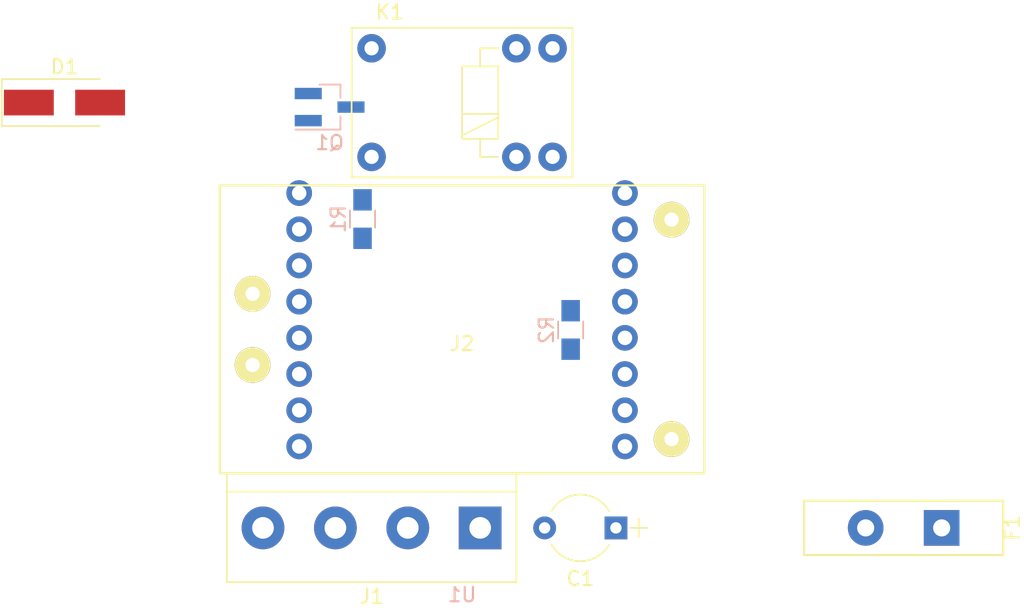
<source format=kicad_pcb>
(kicad_pcb (version 20171130) (host pcbnew "(5.1.4)-1")

  (general
    (thickness 1.6)
    (drawings 0)
    (tracks 0)
    (zones 0)
    (modules 10)
    (nets 13)
  )

  (page A4)
  (layers
    (0 F.Cu signal)
    (31 B.Cu signal)
    (32 B.Adhes user)
    (33 F.Adhes user)
    (34 B.Paste user)
    (35 F.Paste user)
    (36 B.SilkS user)
    (37 F.SilkS user)
    (38 B.Mask user)
    (39 F.Mask user)
    (40 Dwgs.User user)
    (41 Cmts.User user)
    (42 Eco1.User user)
    (43 Eco2.User user)
    (44 Edge.Cuts user)
    (45 Margin user)
    (46 B.CrtYd user)
    (47 F.CrtYd user)
    (48 B.Fab user)
    (49 F.Fab user)
  )

  (setup
    (last_trace_width 0.25)
    (trace_clearance 0.2)
    (zone_clearance 0.508)
    (zone_45_only no)
    (trace_min 0.2)
    (via_size 0.8)
    (via_drill 0.4)
    (via_min_size 0.4)
    (via_min_drill 0.3)
    (uvia_size 0.3)
    (uvia_drill 0.1)
    (uvias_allowed no)
    (uvia_min_size 0.2)
    (uvia_min_drill 0.1)
    (edge_width 0.05)
    (segment_width 0.2)
    (pcb_text_width 0.3)
    (pcb_text_size 1.5 1.5)
    (mod_edge_width 0.12)
    (mod_text_size 1 1)
    (mod_text_width 0.15)
    (pad_size 1.524 1.524)
    (pad_drill 0.762)
    (pad_to_mask_clearance 0.051)
    (solder_mask_min_width 0.25)
    (aux_axis_origin 0 0)
    (visible_elements FFFFFF7F)
    (pcbplotparams
      (layerselection 0x010fc_ffffffff)
      (usegerberextensions false)
      (usegerberattributes false)
      (usegerberadvancedattributes false)
      (creategerberjobfile false)
      (excludeedgelayer true)
      (linewidth 0.100000)
      (plotframeref false)
      (viasonmask false)
      (mode 1)
      (useauxorigin false)
      (hpglpennumber 1)
      (hpglpenspeed 20)
      (hpglpendiameter 15.000000)
      (psnegative false)
      (psa4output false)
      (plotreference true)
      (plotvalue true)
      (plotinvisibletext false)
      (padsonsilk false)
      (subtractmaskfromsilk false)
      (outputformat 1)
      (mirror false)
      (drillshape 1)
      (scaleselection 1)
      (outputdirectory ""))
  )

  (net 0 "")
  (net 1 /TouchSense)
  (net 2 "Net-(C1-Pad1)")
  (net 3 "Net-(D1-Pad2)")
  (net 4 VCC)
  (net 5 /Output)
  (net 6 "Net-(F1-Pad2)")
  (net 7 /Live)
  (net 8 /Neutral)
  (net 9 GND)
  (net 10 "Net-(Q1-Pad1)")
  (net 11 "Net-(R1-Pad2)")
  (net 12 "Net-(R2-Pad2)")

  (net_class Default "This is the default net class."
    (clearance 0.2)
    (trace_width 0.25)
    (via_dia 0.8)
    (via_drill 0.4)
    (uvia_dia 0.3)
    (uvia_drill 0.1)
    (add_net /Live)
    (add_net /Neutral)
    (add_net /Output)
    (add_net /TouchSense)
    (add_net GND)
    (add_net "Net-(C1-Pad1)")
    (add_net "Net-(D1-Pad2)")
    (add_net "Net-(F1-Pad2)")
    (add_net "Net-(Q1-Pad1)")
    (add_net "Net-(R1-Pad2)")
    (add_net "Net-(R2-Pad2)")
    (add_net VCC)
  )

  (module Capacitors_ThroughHole:CP_Radial_Tantal_D4.5mm_P5.00mm (layer F.Cu) (tedit 597C781B) (tstamp 5D9505C4)
    (at 62.865 48.26 180)
    (descr "CP, Radial_Tantal series, Radial, pin pitch=5.00mm, , diameter=4.5mm, Tantal Electrolytic Capacitor, http://cdn-reichelt.de/documents/datenblatt/B300/TANTAL-TB-Serie%23.pdf")
    (tags "CP Radial_Tantal series Radial pin pitch 5.00mm  diameter 4.5mm Tantal Electrolytic Capacitor")
    (path /5D9648C6)
    (fp_text reference C1 (at 2.5 -3.56) (layer F.SilkS)
      (effects (font (size 1 1) (thickness 0.15)))
    )
    (fp_text value "470pF 3KV" (at 2.5 3.56) (layer F.Fab)
      (effects (font (size 1 1) (thickness 0.15)))
    )
    (fp_text user %R (at 2.5 0) (layer F.Fab)
      (effects (font (size 1 1) (thickness 0.15)))
    )
    (fp_line (start 6.05 -2.6) (end -1.05 -2.6) (layer F.CrtYd) (width 0.05))
    (fp_line (start 6.05 2.6) (end 6.05 -2.6) (layer F.CrtYd) (width 0.05))
    (fp_line (start -1.05 2.6) (end 6.05 2.6) (layer F.CrtYd) (width 0.05))
    (fp_line (start -1.05 -2.6) (end -1.05 2.6) (layer F.CrtYd) (width 0.05))
    (fp_line (start -1.6 -0.65) (end -1.6 0.65) (layer F.SilkS) (width 0.12))
    (fp_line (start -2.2 0) (end -1 0) (layer F.SilkS) (width 0.12))
    (fp_line (start -1.6 -0.65) (end -1.6 0.65) (layer F.Fab) (width 0.1))
    (fp_line (start -2.2 0) (end -1 0) (layer F.Fab) (width 0.1))
    (fp_circle (center 2.5 0) (end 4.75 0) (layer F.Fab) (width 0.1))
    (fp_arc (start 2.5 0) (end 0.479307 1.18) (angle -119.4) (layer F.SilkS) (width 0.12))
    (fp_arc (start 2.5 0) (end 0.479307 -1.18) (angle 119.4) (layer F.SilkS) (width 0.12))
    (pad 2 thru_hole circle (at 5 0 180) (size 1.6 1.6) (drill 0.8) (layers *.Cu *.Mask)
      (net 1 /TouchSense))
    (pad 1 thru_hole rect (at 0 0 180) (size 1.6 1.6) (drill 0.8) (layers *.Cu *.Mask)
      (net 2 "Net-(C1-Pad1)"))
    (model ${KISYS3DMOD}/Capacitors_THT.3dshapes/CP_Radial_Tantal_D4.5mm_P5.00mm.wrl
      (at (xyz 0 0 0))
      (scale (xyz 1 1 1))
      (rotate (xyz 0 0 0))
    )
  )

  (module Diodes_SMD:D_SMA_Handsoldering (layer F.Cu) (tedit 58643398) (tstamp 5D9505DC)
    (at 24.17 18.415)
    (descr "Diode SMA (DO-214AC) Handsoldering")
    (tags "Diode SMA (DO-214AC) Handsoldering")
    (path /5D954938)
    (attr smd)
    (fp_text reference D1 (at 0 -2.5) (layer F.SilkS)
      (effects (font (size 1 1) (thickness 0.15)))
    )
    (fp_text value 1N4007 (at 0 2.6) (layer F.Fab)
      (effects (font (size 1 1) (thickness 0.15)))
    )
    (fp_line (start -4.4 -1.65) (end 2.5 -1.65) (layer F.SilkS) (width 0.12))
    (fp_line (start -4.4 1.65) (end 2.5 1.65) (layer F.SilkS) (width 0.12))
    (fp_line (start -0.64944 0.00102) (end 0.50118 -0.79908) (layer F.Fab) (width 0.1))
    (fp_line (start -0.64944 0.00102) (end 0.50118 0.75032) (layer F.Fab) (width 0.1))
    (fp_line (start 0.50118 0.75032) (end 0.50118 -0.79908) (layer F.Fab) (width 0.1))
    (fp_line (start -0.64944 -0.79908) (end -0.64944 0.80112) (layer F.Fab) (width 0.1))
    (fp_line (start 0.50118 0.00102) (end 1.4994 0.00102) (layer F.Fab) (width 0.1))
    (fp_line (start -0.64944 0.00102) (end -1.55114 0.00102) (layer F.Fab) (width 0.1))
    (fp_line (start -4.5 1.75) (end -4.5 -1.75) (layer F.CrtYd) (width 0.05))
    (fp_line (start 4.5 1.75) (end -4.5 1.75) (layer F.CrtYd) (width 0.05))
    (fp_line (start 4.5 -1.75) (end 4.5 1.75) (layer F.CrtYd) (width 0.05))
    (fp_line (start -4.5 -1.75) (end 4.5 -1.75) (layer F.CrtYd) (width 0.05))
    (fp_line (start 2.3 -1.5) (end -2.3 -1.5) (layer F.Fab) (width 0.1))
    (fp_line (start 2.3 -1.5) (end 2.3 1.5) (layer F.Fab) (width 0.1))
    (fp_line (start -2.3 1.5) (end -2.3 -1.5) (layer F.Fab) (width 0.1))
    (fp_line (start 2.3 1.5) (end -2.3 1.5) (layer F.Fab) (width 0.1))
    (fp_line (start -4.4 -1.65) (end -4.4 1.65) (layer F.SilkS) (width 0.12))
    (fp_text user %R (at 0 -2.5) (layer F.Fab)
      (effects (font (size 1 1) (thickness 0.15)))
    )
    (pad 2 smd rect (at 2.5 0) (size 3.5 1.8) (layers F.Cu F.Paste F.Mask)
      (net 3 "Net-(D1-Pad2)"))
    (pad 1 smd rect (at -2.5 0) (size 3.5 1.8) (layers F.Cu F.Paste F.Mask)
      (net 4 VCC))
    (model ${KISYS3DMOD}/Diodes_SMD.3dshapes/D_SMA.wrl
      (at (xyz 0 0 0))
      (scale (xyz 1 1 1))
      (rotate (xyz 0 0 0))
    )
  )

  (module fuse:TRF250-1000 (layer F.Cu) (tedit 5AE8B5AB) (tstamp 5D9505E6)
    (at 83.058 48.26 270)
    (descr "Through hole straight pin header, 1x03, 2.54mm pitch, single row")
    (tags "Through hole pin header THT 1x03 2.54mm single row")
    (path /5D9727E5)
    (fp_text reference F1 (at 0 -7.62 90) (layer F.SilkS)
      (effects (font (size 1 1) (thickness 0.15)))
    )
    (fp_text value Polyfuse (at 0 8.255 90) (layer F.Fab)
      (effects (font (size 1 1) (thickness 0.15)))
    )
    (fp_line (start -1.905 -6.985) (end -1.905 6.985) (layer F.SilkS) (width 0.15))
    (fp_line (start 1.905 6.985) (end 1.905 -6.985) (layer F.SilkS) (width 0.15))
    (fp_line (start 1.905 6.985) (end -1.905 6.985) (layer F.SilkS) (width 0.15))
    (fp_line (start -1.905 -6.985) (end 1.905 -6.985) (layer F.SilkS) (width 0.15))
    (pad 1 thru_hole rect (at 0 -2.667 270) (size 2.5 2.5) (drill 1.2) (layers *.Cu *.Mask)
      (net 5 /Output))
    (pad 2 thru_hole oval (at 0 2.667 270) (size 2.5 2.5) (drill 1.2) (layers *.Cu *.Mask)
      (net 6 "Net-(F1-Pad2)"))
    (model ${KISYS3DMOD}/Pin_Headers.3dshapes/Pin_Header_Straight_1x03_Pitch2.54mm.wrl
      (offset (xyz 0 -2.539999961853027 0))
      (scale (xyz 1 1 1))
      (rotate (xyz 0 0 90))
    )
  )

  (module Terminal_Blocks:TerminalBlock_bornier-4_P5.08mm (layer F.Cu) (tedit 59FF03D1) (tstamp 5D9505FE)
    (at 53.34 48.26 180)
    (descr "simple 4-pin terminal block, pitch 5.08mm, revamped version of bornier4")
    (tags "terminal block bornier4")
    (path /5D950FDE)
    (fp_text reference J1 (at 7.6 -4.8) (layer F.SilkS)
      (effects (font (size 1 1) (thickness 0.15)))
    )
    (fp_text value Conn_01x04 (at 7.6 4.75) (layer F.Fab)
      (effects (font (size 1 1) (thickness 0.15)))
    )
    (fp_line (start 17.97 4) (end -2.73 4) (layer F.CrtYd) (width 0.05))
    (fp_line (start 17.97 4) (end 17.97 -4) (layer F.CrtYd) (width 0.05))
    (fp_line (start -2.73 -4) (end -2.73 4) (layer F.CrtYd) (width 0.05))
    (fp_line (start -2.73 -4) (end 17.97 -4) (layer F.CrtYd) (width 0.05))
    (fp_line (start -2.54 3.81) (end 17.78 3.81) (layer F.SilkS) (width 0.12))
    (fp_line (start -2.54 -3.81) (end 17.78 -3.81) (layer F.SilkS) (width 0.12))
    (fp_line (start 17.78 2.54) (end -2.54 2.54) (layer F.SilkS) (width 0.12))
    (fp_line (start 17.78 3.81) (end 17.78 -3.81) (layer F.SilkS) (width 0.12))
    (fp_line (start -2.54 -3.81) (end -2.54 3.81) (layer F.SilkS) (width 0.12))
    (fp_line (start 17.72 3.75) (end -2.43 3.75) (layer F.Fab) (width 0.1))
    (fp_line (start 17.72 -3.75) (end 17.72 3.75) (layer F.Fab) (width 0.1))
    (fp_line (start -2.48 -3.75) (end 17.72 -3.75) (layer F.Fab) (width 0.1))
    (fp_line (start -2.48 3.75) (end -2.48 -3.75) (layer F.Fab) (width 0.1))
    (fp_line (start -2.43 3.75) (end -2.48 3.75) (layer F.Fab) (width 0.1))
    (fp_line (start -2.48 2.55) (end 17.72 2.55) (layer F.Fab) (width 0.1))
    (fp_text user %R (at 7.62 0) (layer F.Fab)
      (effects (font (size 1 1) (thickness 0.15)))
    )
    (pad 4 thru_hole circle (at 15.24 0 180) (size 3 3) (drill 1.52) (layers *.Cu *.Mask)
      (net 7 /Live))
    (pad 1 thru_hole rect (at 0 0 180) (size 3 3) (drill 1.52) (layers *.Cu *.Mask)
      (net 1 /TouchSense))
    (pad 3 thru_hole circle (at 10.16 0 180) (size 3 3) (drill 1.52) (layers *.Cu *.Mask)
      (net 8 /Neutral))
    (pad 2 thru_hole circle (at 5.08 0 180) (size 3 3) (drill 1.52) (layers *.Cu *.Mask)
      (net 5 /Output))
    (model ${KISYS3DMOD}/Terminal_Blocks.3dshapes/TerminalBlock_bornier-4_P5.08mm.wrl
      (offset (xyz 7.619999885559082 0 0))
      (scale (xyz 1 1 1))
      (rotate (xyz 0 0 0))
    )
  )

  (module makerlab:HLK-PM01 (layer F.Cu) (tedit 57223426) (tstamp 5D95060B)
    (at 52.07 34.33)
    (path /5D956024)
    (fp_text reference J2 (at 0 1) (layer F.SilkS)
      (effects (font (size 1 1) (thickness 0.15)))
    )
    (fp_text value HLK-PM03 (at 0 -1) (layer F.Fab)
      (effects (font (size 1 1) (thickness 0.15)))
    )
    (fp_line (start -17 -10.1) (end -17 10.1) (layer F.SilkS) (width 0.15))
    (fp_line (start 17 -10.1) (end -17 -10.1) (layer F.SilkS) (width 0.15))
    (fp_line (start 17 -9.9) (end 17 -10.1) (layer F.SilkS) (width 0.15))
    (fp_line (start 17 10.1) (end 17 -9.9) (layer F.SilkS) (width 0.15))
    (fp_line (start -17 10.1) (end 17 10.1) (layer F.SilkS) (width 0.15))
    (pad 1 thru_hole circle (at -14.7 -2.5) (size 2.5 2.5) (drill 1) (layers *.Cu *.Mask F.SilkS)
      (net 8 /Neutral))
    (pad 2 thru_hole circle (at -14.7 2.5) (size 2.5 2.5) (drill 1) (layers *.Cu *.Mask F.SilkS)
      (net 7 /Live))
    (pad 3 thru_hole circle (at 14.7 -7.7) (size 2.5 2.5) (drill 1) (layers *.Cu *.Mask F.SilkS)
      (net 9 GND))
    (pad 4 thru_hole circle (at 14.7 7.7) (size 2.5 2.5) (drill 1) (layers *.Cu *.Mask F.SilkS)
      (net 4 VCC))
  )

  (module J6BRelay:HK4100F (layer F.Cu) (tedit 5AF4A5BB) (tstamp 5D95062E)
    (at 45.72 14.605)
    (descr "Relay SPST Schrack-RP3SL, 1-coil-version, RM5mm 16A 250V AC Form A http://www.alliedelec.com/m/d/543c6bed18bf23a83ae5238947033ee0.pdf")
    (tags "Relay SPST Schrack-RP3SL RM5mm 16A 250V AC Relay")
    (path /5D9536C3)
    (fp_text reference K1 (at 1.27 -2.54) (layer F.SilkS)
      (effects (font (size 1 1) (thickness 0.15)))
    )
    (fp_text value HK4100F-DC3V-SHG (at 5.08 10.16) (layer F.Fab)
      (effects (font (size 1 1) (thickness 0.15)))
    )
    (fp_line (start 8.83 4.6) (end 6.43 4.6) (layer F.SilkS) (width 0.12))
    (fp_line (start 0 1.8) (end 0 5.8) (layer F.Fab) (width 0.12))
    (fp_line (start -1.4 -1.44) (end 14.1 -1.44) (layer F.Fab) (width 0.12))
    (fp_line (start 14.1 -1.44) (end 14.1 9.06) (layer F.Fab) (width 0.12))
    (fp_line (start 14.1 9.06) (end -1.4 9.06) (layer F.Fab) (width 0.12))
    (fp_line (start -1.4 9.06) (end -1.4 -1.44) (layer F.Fab) (width 0.12))
    (fp_text user %R (at 12.065 3.81) (layer F.Fab)
      (effects (font (size 1 1) (thickness 0.15)))
    )
    (fp_line (start 14.3 -1.64) (end 14.3 9.26) (layer F.CrtYd) (width 0.05))
    (fp_line (start -1.6 -1.64) (end 14.3 -1.64) (layer F.CrtYd) (width 0.05))
    (fp_line (start -1.6 9.26) (end -1.6 -1.64) (layer F.CrtYd) (width 0.05))
    (fp_line (start 14.3 9.26) (end -1.6 9.26) (layer F.CrtYd) (width 0.05))
    (fp_line (start 8.89 4.84) (end 6.35 6.11) (layer F.SilkS) (width 0.12))
    (fp_line (start 7.62 6.35) (end 7.62 7.62) (layer F.SilkS) (width 0.12))
    (fp_line (start 7.62 7.62) (end 8.89 7.62) (layer F.SilkS) (width 0.12))
    (fp_line (start 8.89 0) (end 7.62 0) (layer F.SilkS) (width 0.12))
    (fp_line (start 7.62 0) (end 7.62 1.27) (layer F.SilkS) (width 0.12))
    (fp_line (start 7.62 1.27) (end 6.35 1.27) (layer F.SilkS) (width 0.12))
    (fp_line (start 6.35 1.27) (end 6.35 6.35) (layer F.SilkS) (width 0.12))
    (fp_line (start 6.35 6.35) (end 8.89 6.35) (layer F.SilkS) (width 0.12))
    (fp_line (start 8.89 6.35) (end 8.89 1.27) (layer F.SilkS) (width 0.12))
    (fp_line (start 8.89 1.27) (end 7.62 1.27) (layer F.SilkS) (width 0.12))
    (fp_line (start -1.4 -1.44) (end 14.1 -1.44) (layer F.SilkS) (width 0.12))
    (fp_line (start 14.1 -1.44) (end 14.1 9.06) (layer F.SilkS) (width 0.12))
    (fp_line (start 14.1 9.06) (end -1.4 9.06) (layer F.SilkS) (width 0.12))
    (fp_line (start -1.4 9.06) (end -1.4 -1.44) (layer F.SilkS) (width 0.12))
    (pad 11 thru_hole circle (at 0 0) (size 2 2) (drill 1) (layers *.Cu *.Mask)
      (net 7 /Live))
    (pad 11 thru_hole circle (at 0 7.62) (size 2 2) (drill 1) (layers *.Cu *.Mask)
      (net 7 /Live))
    (pad A1 thru_hole circle (at 10.16 0) (size 2 2) (drill 1) (layers *.Cu *.Mask)
      (net 4 VCC))
    (pad 14 thru_hole circle (at 12.7 7.62) (size 2 2) (drill 1) (layers *.Cu *.Mask)
      (net 6 "Net-(F1-Pad2)"))
    (pad A2 thru_hole circle (at 10.16 7.62) (size 2 2) (drill 1) (layers *.Cu *.Mask)
      (net 3 "Net-(D1-Pad2)"))
    (pad 12 thru_hole circle (at 12.7 0) (size 2 2) (drill 1) (layers *.Cu *.Mask))
    (model ${KISYS3DMOD}/Relays_THT.3dshapes/Relay_SPST_Schrack-RP3SL-1coil_RM5mm.wrl
      (at (xyz 0 0 0))
      (scale (xyz 1 1 1))
      (rotate (xyz 0 0 0))
    )
  )

  (module TO_SOT_Packages_SMD:SOT-23_Handsoldering (layer B.Cu) (tedit 58CE4E7E) (tstamp 5D950643)
    (at 42.775 18.73)
    (descr "SOT-23, Handsoldering")
    (tags SOT-23)
    (path /5D95D9C0)
    (attr smd)
    (fp_text reference Q1 (at 0 2.5) (layer B.SilkS)
      (effects (font (size 1 1) (thickness 0.15)) (justify mirror))
    )
    (fp_text value 2N2222 (at 0 -2.5) (layer B.Fab)
      (effects (font (size 1 1) (thickness 0.15)) (justify mirror))
    )
    (fp_line (start 0.76 -1.58) (end -0.7 -1.58) (layer B.SilkS) (width 0.12))
    (fp_line (start -0.7 -1.52) (end 0.7 -1.52) (layer B.Fab) (width 0.1))
    (fp_line (start 0.7 1.52) (end 0.7 -1.52) (layer B.Fab) (width 0.1))
    (fp_line (start -0.7 0.95) (end -0.15 1.52) (layer B.Fab) (width 0.1))
    (fp_line (start -0.15 1.52) (end 0.7 1.52) (layer B.Fab) (width 0.1))
    (fp_line (start -0.7 0.95) (end -0.7 -1.5) (layer B.Fab) (width 0.1))
    (fp_line (start 0.76 1.58) (end -2.4 1.58) (layer B.SilkS) (width 0.12))
    (fp_line (start -2.7 -1.75) (end -2.7 1.75) (layer B.CrtYd) (width 0.05))
    (fp_line (start 2.7 -1.75) (end -2.7 -1.75) (layer B.CrtYd) (width 0.05))
    (fp_line (start 2.7 1.75) (end 2.7 -1.75) (layer B.CrtYd) (width 0.05))
    (fp_line (start -2.7 1.75) (end 2.7 1.75) (layer B.CrtYd) (width 0.05))
    (fp_line (start 0.76 1.58) (end 0.76 0.65) (layer B.SilkS) (width 0.12))
    (fp_line (start 0.76 -1.58) (end 0.76 -0.65) (layer B.SilkS) (width 0.12))
    (fp_text user %R (at 0 0 270) (layer B.Fab)
      (effects (font (size 0.5 0.5) (thickness 0.075)) (justify mirror))
    )
    (pad 3 smd rect (at 1.5 0) (size 1.9 0.8) (layers B.Cu B.Paste B.Mask)
      (net 3 "Net-(D1-Pad2)"))
    (pad 2 smd rect (at -1.5 -0.95) (size 1.9 0.8) (layers B.Cu B.Paste B.Mask)
      (net 9 GND))
    (pad 1 smd rect (at -1.5 0.95) (size 1.9 0.8) (layers B.Cu B.Paste B.Mask)
      (net 10 "Net-(Q1-Pad1)"))
    (model ${KISYS3DMOD}/TO_SOT_Packages_SMD.3dshapes\SOT-23.wrl
      (at (xyz 0 0 0))
      (scale (xyz 1 1 1))
      (rotate (xyz 0 0 0))
    )
  )

  (module Resistors_SMD:R_0805_HandSoldering (layer B.Cu) (tedit 58E0A804) (tstamp 5D950654)
    (at 45.085 26.59 270)
    (descr "Resistor SMD 0805, hand soldering")
    (tags "resistor 0805")
    (path /5D961661)
    (attr smd)
    (fp_text reference R1 (at 0 1.7 90) (layer B.SilkS)
      (effects (font (size 1 1) (thickness 0.15)) (justify mirror))
    )
    (fp_text value 2.2K (at 0 -1.75 90) (layer B.Fab)
      (effects (font (size 1 1) (thickness 0.15)) (justify mirror))
    )
    (fp_line (start 2.35 -0.9) (end -2.35 -0.9) (layer B.CrtYd) (width 0.05))
    (fp_line (start 2.35 -0.9) (end 2.35 0.9) (layer B.CrtYd) (width 0.05))
    (fp_line (start -2.35 0.9) (end -2.35 -0.9) (layer B.CrtYd) (width 0.05))
    (fp_line (start -2.35 0.9) (end 2.35 0.9) (layer B.CrtYd) (width 0.05))
    (fp_line (start -0.6 0.88) (end 0.6 0.88) (layer B.SilkS) (width 0.12))
    (fp_line (start 0.6 -0.88) (end -0.6 -0.88) (layer B.SilkS) (width 0.12))
    (fp_line (start -1 0.62) (end 1 0.62) (layer B.Fab) (width 0.1))
    (fp_line (start 1 0.62) (end 1 -0.62) (layer B.Fab) (width 0.1))
    (fp_line (start 1 -0.62) (end -1 -0.62) (layer B.Fab) (width 0.1))
    (fp_line (start -1 -0.62) (end -1 0.62) (layer B.Fab) (width 0.1))
    (fp_text user %R (at 0 0 90) (layer B.Fab)
      (effects (font (size 0.5 0.5) (thickness 0.075)) (justify mirror))
    )
    (pad 2 smd rect (at 1.35 0 270) (size 1.5 1.3) (layers B.Cu B.Paste B.Mask)
      (net 11 "Net-(R1-Pad2)"))
    (pad 1 smd rect (at -1.35 0 270) (size 1.5 1.3) (layers B.Cu B.Paste B.Mask)
      (net 10 "Net-(Q1-Pad1)"))
    (model ${KISYS3DMOD}/Resistors_SMD.3dshapes/R_0805.wrl
      (at (xyz 0 0 0))
      (scale (xyz 1 1 1))
      (rotate (xyz 0 0 0))
    )
  )

  (module Resistors_SMD:R_0805_HandSoldering (layer B.Cu) (tedit 58E0A804) (tstamp 5D950665)
    (at 59.69 34.37 270)
    (descr "Resistor SMD 0805, hand soldering")
    (tags "resistor 0805")
    (path /5D965F4D)
    (attr smd)
    (fp_text reference R2 (at 0 1.7 270) (layer B.SilkS)
      (effects (font (size 1 1) (thickness 0.15)) (justify mirror))
    )
    (fp_text value 120K (at 0 -1.75 270) (layer B.Fab)
      (effects (font (size 1 1) (thickness 0.15)) (justify mirror))
    )
    (fp_text user %R (at 0 0 270) (layer B.Fab)
      (effects (font (size 0.5 0.5) (thickness 0.075)) (justify mirror))
    )
    (fp_line (start -1 -0.62) (end -1 0.62) (layer B.Fab) (width 0.1))
    (fp_line (start 1 -0.62) (end -1 -0.62) (layer B.Fab) (width 0.1))
    (fp_line (start 1 0.62) (end 1 -0.62) (layer B.Fab) (width 0.1))
    (fp_line (start -1 0.62) (end 1 0.62) (layer B.Fab) (width 0.1))
    (fp_line (start 0.6 -0.88) (end -0.6 -0.88) (layer B.SilkS) (width 0.12))
    (fp_line (start -0.6 0.88) (end 0.6 0.88) (layer B.SilkS) (width 0.12))
    (fp_line (start -2.35 0.9) (end 2.35 0.9) (layer B.CrtYd) (width 0.05))
    (fp_line (start -2.35 0.9) (end -2.35 -0.9) (layer B.CrtYd) (width 0.05))
    (fp_line (start 2.35 -0.9) (end 2.35 0.9) (layer B.CrtYd) (width 0.05))
    (fp_line (start 2.35 -0.9) (end -2.35 -0.9) (layer B.CrtYd) (width 0.05))
    (pad 1 smd rect (at -1.35 0 270) (size 1.5 1.3) (layers B.Cu B.Paste B.Mask)
      (net 2 "Net-(C1-Pad1)"))
    (pad 2 smd rect (at 1.35 0 270) (size 1.5 1.3) (layers B.Cu B.Paste B.Mask)
      (net 12 "Net-(R2-Pad2)"))
    (model ${KISYS3DMOD}/Resistors_SMD.3dshapes/R_0805.wrl
      (at (xyz 0 0 0))
      (scale (xyz 1 1 1))
      (rotate (xyz 0 0 0))
    )
  )

  (module wemos_d1_mini:wemos-d1-mini-DIL-only (layer B.Cu) (tedit 5C042D9C) (tstamp 5D950682)
    (at 52.07 33.655 90)
    (path /5D952240)
    (fp_text reference U1 (at -19.3 0 180) (layer B.SilkS)
      (effects (font (size 1 1) (thickness 0.15)) (justify mirror))
    )
    (fp_text value WeMos_mini (at 0 0 90) (layer B.Fab) hide
      (effects (font (size 1 1) (thickness 0.15)) (justify mirror))
    )
    (fp_line (start -11.48 13.5) (end 14.85 13.5) (layer B.CrtYd) (width 0.05))
    (fp_line (start 16.94 11.5) (end 16.94 -11.5) (layer B.CrtYd) (width 0.05))
    (fp_line (start 14.94 -13.5) (end -18.46 -13.5) (layer B.CrtYd) (width 0.05))
    (fp_line (start -18.46 -13.5) (end -18.46 11.33) (layer B.CrtYd) (width 0.05))
    (fp_arc (start 14.94 -11.5) (end 16.94 -11.5) (angle -90) (layer B.CrtYd) (width 0.05))
    (fp_arc (start 14.94 11.5) (end 14.85 13.5) (angle -92.57657183) (layer B.CrtYd) (width 0.05))
    (fp_line (start -11.48 13.5) (end -11.48 12.33) (layer B.CrtYd) (width 0.05))
    (fp_line (start -18.46 11.33) (end -12.48 11.33) (layer B.CrtYd) (width 0.05))
    (fp_arc (start -12.48 12.33) (end -11.48 12.33) (angle -90) (layer B.CrtYd) (width 0.05))
    (pad 16 thru_hole circle (at -8.89 11.43 90) (size 1.8 1.8) (drill 1.016) (layers *.Cu *.Mask)
      (net 4 VCC))
    (pad 1 thru_hole circle (at -8.89 -11.43 90) (size 1.8 1.8) (drill 1.016) (layers *.Cu *.Mask))
    (pad 15 thru_hole circle (at -6.35 11.43 90) (size 1.8 1.8) (drill 1.016) (layers *.Cu *.Mask))
    (pad 2 thru_hole circle (at -6.35 -11.43 90) (size 1.8 1.8) (drill 1.016) (layers *.Cu *.Mask)
      (net 9 GND))
    (pad 14 thru_hole circle (at -3.81 11.43 90) (size 1.8 1.8) (drill 1.016) (layers *.Cu *.Mask))
    (pad 3 thru_hole circle (at -3.81 -11.43 90) (size 1.8 1.8) (drill 1.016) (layers *.Cu *.Mask))
    (pad 13 thru_hole circle (at -1.27 11.43 90) (size 1.8 1.8) (drill 1.016) (layers *.Cu *.Mask)
      (net 12 "Net-(R2-Pad2)"))
    (pad 4 thru_hole circle (at -1.27 -11.43 90) (size 1.8 1.8) (drill 1.016) (layers *.Cu *.Mask))
    (pad 12 thru_hole circle (at 1.27 11.43 90) (size 1.8 1.8) (drill 1.016) (layers *.Cu *.Mask)
      (net 2 "Net-(C1-Pad1)"))
    (pad 5 thru_hole circle (at 1.27 -11.43 90) (size 1.8 1.8) (drill 1.016) (layers *.Cu *.Mask))
    (pad 11 thru_hole circle (at 3.81 11.43 90) (size 1.8 1.8) (drill 1.016) (layers *.Cu *.Mask))
    (pad 6 thru_hole circle (at 3.81 -11.43 90) (size 1.8 1.8) (drill 1.016) (layers *.Cu *.Mask)
      (net 11 "Net-(R1-Pad2)"))
    (pad 10 thru_hole circle (at 6.35 11.43 90) (size 1.8 1.8) (drill 1.016) (layers *.Cu *.Mask))
    (pad 7 thru_hole circle (at 6.35 -11.43 90) (size 1.8 1.8) (drill 1.016) (layers *.Cu *.Mask))
    (pad 9 thru_hole circle (at 8.89 11.43 90) (size 1.8 1.8) (drill 1.016) (layers *.Cu *.Mask))
    (pad 8 thru_hole circle (at 8.89 -11.43 90) (size 1.8 1.8) (drill 1.016) (layers *.Cu *.Mask))
    (model ${KIPRJMOD}/3dshapes/wemos_d1_mini.3dshapes/SLW-108-01-G-S.wrl
      (offset (xyz 0 -11.39999982878918 0))
      (scale (xyz 0.3937 0.3937 0.3937))
      (rotate (xyz -90 0 0))
    )
    (model ${KIPRJMOD}/3dshapes/wemos_d1_mini.3dshapes/SLW-108-01-G-S.wrl
      (offset (xyz 0 11.39999982878918 0))
      (scale (xyz 0.3937 0.3937 0.3937))
      (rotate (xyz -90 0 0))
    )
    (model ${KIPRJMOD}/3dshapes/wemos_d1_mini.3dshapes/TSW-108-05-G-S.wrl
      (offset (xyz 0 -11.39999982878918 7.299999890364999))
      (scale (xyz 0.3937 0.3937 0.3937))
      (rotate (xyz 90 0 0))
    )
    (model ${KIPRJMOD}/3dshapes/wemos_d1_mini.3dshapes/TSW-108-05-G-S.wrl
      (offset (xyz 0 11.39999982878918 7.299999890364999))
      (scale (xyz 0.3937 0.3937 0.3937))
      (rotate (xyz 90 0 0))
    )
  )

)

</source>
